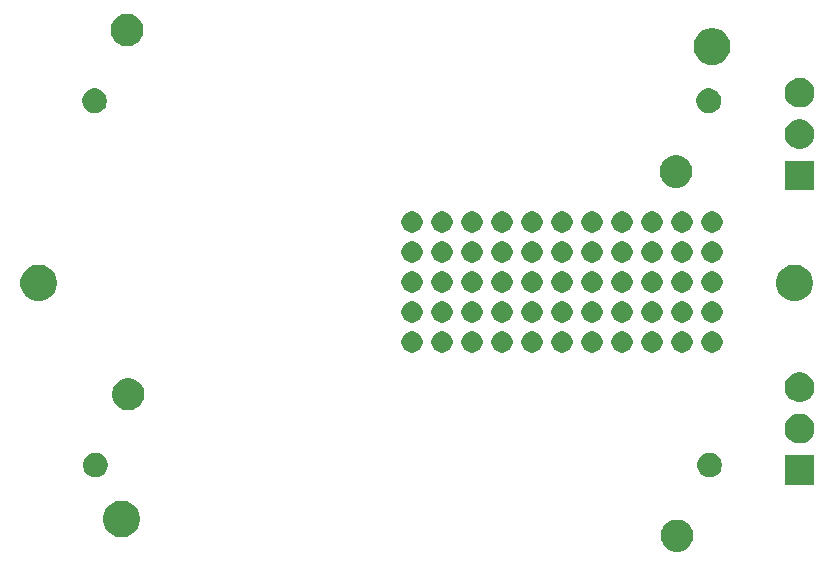
<source format=gbr>
G04 #@! TF.GenerationSoftware,KiCad,Pcbnew,5.1.5-52549c5~86~ubuntu18.04.1*
G04 #@! TF.CreationDate,2020-11-21T17:19:21-05:00*
G04 #@! TF.ProjectId,RAK4631_LORA_ADAPTABLE_NODE,52414b34-3633-4315-9f4c-4f52415f4144,rev?*
G04 #@! TF.SameCoordinates,Original*
G04 #@! TF.FileFunction,Soldermask,Top*
G04 #@! TF.FilePolarity,Negative*
%FSLAX46Y46*%
G04 Gerber Fmt 4.6, Leading zero omitted, Abs format (unit mm)*
G04 Created by KiCad (PCBNEW 5.1.5-52549c5~86~ubuntu18.04.1) date 2020-11-21 17:19:21*
%MOMM*%
%LPD*%
G04 APERTURE LIST*
%ADD10C,0.100000*%
G04 APERTURE END LIST*
D10*
G36*
X159712724Y-144546497D02*
G01*
X159939906Y-144591686D01*
X160189412Y-144695035D01*
X160413962Y-144845075D01*
X160604925Y-145036038D01*
X160754965Y-145260588D01*
X160858314Y-145510094D01*
X160911000Y-145774968D01*
X160911000Y-146045032D01*
X160858314Y-146309906D01*
X160754965Y-146559412D01*
X160604925Y-146783962D01*
X160413962Y-146974925D01*
X160189412Y-147124965D01*
X159939906Y-147228314D01*
X159712724Y-147273503D01*
X159675033Y-147281000D01*
X159404967Y-147281000D01*
X159367276Y-147273503D01*
X159140094Y-147228314D01*
X158890588Y-147124965D01*
X158666038Y-146974925D01*
X158475075Y-146783962D01*
X158325035Y-146559412D01*
X158221686Y-146309906D01*
X158169000Y-146045032D01*
X158169000Y-145774968D01*
X158221686Y-145510094D01*
X158325035Y-145260588D01*
X158475075Y-145036038D01*
X158666038Y-144845075D01*
X158890588Y-144695035D01*
X159140094Y-144591686D01*
X159367276Y-144546497D01*
X159404967Y-144539000D01*
X159675033Y-144539000D01*
X159712724Y-144546497D01*
G37*
G36*
X112802585Y-142978802D02*
G01*
X112952410Y-143008604D01*
X113234674Y-143125521D01*
X113488705Y-143295259D01*
X113704741Y-143511295D01*
X113874479Y-143765326D01*
X113991396Y-144047590D01*
X114051000Y-144347240D01*
X114051000Y-144652760D01*
X113991396Y-144952410D01*
X113874479Y-145234674D01*
X113704741Y-145488705D01*
X113488705Y-145704741D01*
X113234674Y-145874479D01*
X112952410Y-145991396D01*
X112802585Y-146021198D01*
X112652761Y-146051000D01*
X112347239Y-146051000D01*
X112197415Y-146021198D01*
X112047590Y-145991396D01*
X111765326Y-145874479D01*
X111511295Y-145704741D01*
X111295259Y-145488705D01*
X111125521Y-145234674D01*
X111008604Y-144952410D01*
X110949000Y-144652760D01*
X110949000Y-144347240D01*
X111008604Y-144047590D01*
X111125521Y-143765326D01*
X111295259Y-143511295D01*
X111511295Y-143295259D01*
X111765326Y-143125521D01*
X112047590Y-143008604D01*
X112197415Y-142978802D01*
X112347239Y-142949000D01*
X112652761Y-142949000D01*
X112802585Y-142978802D01*
G37*
G36*
X171161000Y-141586000D02*
G01*
X168659000Y-141586000D01*
X168659000Y-139084000D01*
X171161000Y-139084000D01*
X171161000Y-141586000D01*
G37*
G36*
X162596564Y-138904389D02*
G01*
X162787833Y-138983615D01*
X162787835Y-138983616D01*
X162938070Y-139084000D01*
X162959973Y-139098635D01*
X163106365Y-139245027D01*
X163221385Y-139417167D01*
X163300611Y-139608436D01*
X163341000Y-139811484D01*
X163341000Y-140018516D01*
X163300611Y-140221564D01*
X163221385Y-140412833D01*
X163221384Y-140412835D01*
X163106365Y-140584973D01*
X162959973Y-140731365D01*
X162787835Y-140846384D01*
X162787834Y-140846385D01*
X162787833Y-140846385D01*
X162596564Y-140925611D01*
X162393516Y-140966000D01*
X162186484Y-140966000D01*
X161983436Y-140925611D01*
X161792167Y-140846385D01*
X161792166Y-140846385D01*
X161792165Y-140846384D01*
X161620027Y-140731365D01*
X161473635Y-140584973D01*
X161358616Y-140412835D01*
X161358615Y-140412833D01*
X161279389Y-140221564D01*
X161239000Y-140018516D01*
X161239000Y-139811484D01*
X161279389Y-139608436D01*
X161358615Y-139417167D01*
X161473635Y-139245027D01*
X161620027Y-139098635D01*
X161641930Y-139084000D01*
X161792165Y-138983616D01*
X161792167Y-138983615D01*
X161983436Y-138904389D01*
X162186484Y-138864000D01*
X162393516Y-138864000D01*
X162596564Y-138904389D01*
G37*
G36*
X110606564Y-138904389D02*
G01*
X110797833Y-138983615D01*
X110797835Y-138983616D01*
X110948070Y-139084000D01*
X110969973Y-139098635D01*
X111116365Y-139245027D01*
X111231385Y-139417167D01*
X111310611Y-139608436D01*
X111351000Y-139811484D01*
X111351000Y-140018516D01*
X111310611Y-140221564D01*
X111231385Y-140412833D01*
X111231384Y-140412835D01*
X111116365Y-140584973D01*
X110969973Y-140731365D01*
X110797835Y-140846384D01*
X110797834Y-140846385D01*
X110797833Y-140846385D01*
X110606564Y-140925611D01*
X110403516Y-140966000D01*
X110196484Y-140966000D01*
X109993436Y-140925611D01*
X109802167Y-140846385D01*
X109802166Y-140846385D01*
X109802165Y-140846384D01*
X109630027Y-140731365D01*
X109483635Y-140584973D01*
X109368616Y-140412835D01*
X109368615Y-140412833D01*
X109289389Y-140221564D01*
X109249000Y-140018516D01*
X109249000Y-139811484D01*
X109289389Y-139608436D01*
X109368615Y-139417167D01*
X109483635Y-139245027D01*
X109630027Y-139098635D01*
X109651930Y-139084000D01*
X109802165Y-138983616D01*
X109802167Y-138983615D01*
X109993436Y-138904389D01*
X110196484Y-138864000D01*
X110403516Y-138864000D01*
X110606564Y-138904389D01*
G37*
G36*
X170274903Y-135632075D02*
G01*
X170502571Y-135726378D01*
X170707466Y-135863285D01*
X170881715Y-136037534D01*
X171018622Y-136242429D01*
X171112925Y-136470097D01*
X171161000Y-136711787D01*
X171161000Y-136958213D01*
X171112925Y-137199903D01*
X171018622Y-137427571D01*
X170881715Y-137632466D01*
X170707466Y-137806715D01*
X170502571Y-137943622D01*
X170502570Y-137943623D01*
X170502569Y-137943623D01*
X170274903Y-138037925D01*
X170033214Y-138086000D01*
X169786786Y-138086000D01*
X169545097Y-138037925D01*
X169317431Y-137943623D01*
X169317430Y-137943623D01*
X169317429Y-137943622D01*
X169112534Y-137806715D01*
X168938285Y-137632466D01*
X168801378Y-137427571D01*
X168707075Y-137199903D01*
X168659000Y-136958213D01*
X168659000Y-136711787D01*
X168707075Y-136470097D01*
X168801378Y-136242429D01*
X168938285Y-136037534D01*
X169112534Y-135863285D01*
X169317429Y-135726378D01*
X169545097Y-135632075D01*
X169786786Y-135584000D01*
X170033214Y-135584000D01*
X170274903Y-135632075D01*
G37*
G36*
X113232724Y-132556497D02*
G01*
X113459906Y-132601686D01*
X113709412Y-132705035D01*
X113933962Y-132855075D01*
X114124925Y-133046038D01*
X114274965Y-133270588D01*
X114378314Y-133520094D01*
X114431000Y-133784968D01*
X114431000Y-134055032D01*
X114378314Y-134319906D01*
X114274965Y-134569412D01*
X114124925Y-134793962D01*
X113933962Y-134984925D01*
X113709412Y-135134965D01*
X113459906Y-135238314D01*
X113232724Y-135283503D01*
X113195033Y-135291000D01*
X112924967Y-135291000D01*
X112887276Y-135283503D01*
X112660094Y-135238314D01*
X112410588Y-135134965D01*
X112186038Y-134984925D01*
X111995075Y-134793962D01*
X111845035Y-134569412D01*
X111741686Y-134319906D01*
X111689000Y-134055032D01*
X111689000Y-133784968D01*
X111741686Y-133520094D01*
X111845035Y-133270588D01*
X111995075Y-133046038D01*
X112186038Y-132855075D01*
X112410588Y-132705035D01*
X112660094Y-132601686D01*
X112887276Y-132556497D01*
X112924967Y-132549000D01*
X113195033Y-132549000D01*
X113232724Y-132556497D01*
G37*
G36*
X170274903Y-132132075D02*
G01*
X170502571Y-132226378D01*
X170707466Y-132363285D01*
X170881715Y-132537534D01*
X170993636Y-132705035D01*
X171018623Y-132742431D01*
X171112925Y-132970097D01*
X171161000Y-133211787D01*
X171161000Y-133458213D01*
X171112925Y-133699903D01*
X171018622Y-133927571D01*
X170881715Y-134132466D01*
X170707466Y-134306715D01*
X170502571Y-134443622D01*
X170502570Y-134443623D01*
X170502569Y-134443623D01*
X170274903Y-134537925D01*
X170033214Y-134586000D01*
X169786786Y-134586000D01*
X169545097Y-134537925D01*
X169317431Y-134443623D01*
X169317430Y-134443623D01*
X169317429Y-134443622D01*
X169112534Y-134306715D01*
X168938285Y-134132466D01*
X168801378Y-133927571D01*
X168707075Y-133699903D01*
X168659000Y-133458213D01*
X168659000Y-133211787D01*
X168707075Y-132970097D01*
X168801377Y-132742431D01*
X168826364Y-132705035D01*
X168938285Y-132537534D01*
X169112534Y-132363285D01*
X169317429Y-132226378D01*
X169545097Y-132132075D01*
X169786786Y-132084000D01*
X170033214Y-132084000D01*
X170274903Y-132132075D01*
G37*
G36*
X142288512Y-128608927D02*
G01*
X142437812Y-128638624D01*
X142601784Y-128706544D01*
X142749354Y-128805147D01*
X142874853Y-128930646D01*
X142973456Y-129078216D01*
X143041376Y-129242188D01*
X143076000Y-129416259D01*
X143076000Y-129593741D01*
X143041376Y-129767812D01*
X142973456Y-129931784D01*
X142874853Y-130079354D01*
X142749354Y-130204853D01*
X142601784Y-130303456D01*
X142437812Y-130371376D01*
X142288512Y-130401073D01*
X142263742Y-130406000D01*
X142086258Y-130406000D01*
X142061488Y-130401073D01*
X141912188Y-130371376D01*
X141748216Y-130303456D01*
X141600646Y-130204853D01*
X141475147Y-130079354D01*
X141376544Y-129931784D01*
X141308624Y-129767812D01*
X141274000Y-129593741D01*
X141274000Y-129416259D01*
X141308624Y-129242188D01*
X141376544Y-129078216D01*
X141475147Y-128930646D01*
X141600646Y-128805147D01*
X141748216Y-128706544D01*
X141912188Y-128638624D01*
X142061488Y-128608927D01*
X142086258Y-128604000D01*
X142263742Y-128604000D01*
X142288512Y-128608927D01*
G37*
G36*
X162608512Y-128608927D02*
G01*
X162757812Y-128638624D01*
X162921784Y-128706544D01*
X163069354Y-128805147D01*
X163194853Y-128930646D01*
X163293456Y-129078216D01*
X163361376Y-129242188D01*
X163396000Y-129416259D01*
X163396000Y-129593741D01*
X163361376Y-129767812D01*
X163293456Y-129931784D01*
X163194853Y-130079354D01*
X163069354Y-130204853D01*
X162921784Y-130303456D01*
X162757812Y-130371376D01*
X162608512Y-130401073D01*
X162583742Y-130406000D01*
X162406258Y-130406000D01*
X162381488Y-130401073D01*
X162232188Y-130371376D01*
X162068216Y-130303456D01*
X161920646Y-130204853D01*
X161795147Y-130079354D01*
X161696544Y-129931784D01*
X161628624Y-129767812D01*
X161594000Y-129593741D01*
X161594000Y-129416259D01*
X161628624Y-129242188D01*
X161696544Y-129078216D01*
X161795147Y-128930646D01*
X161920646Y-128805147D01*
X162068216Y-128706544D01*
X162232188Y-128638624D01*
X162381488Y-128608927D01*
X162406258Y-128604000D01*
X162583742Y-128604000D01*
X162608512Y-128608927D01*
G37*
G36*
X160068512Y-128608927D02*
G01*
X160217812Y-128638624D01*
X160381784Y-128706544D01*
X160529354Y-128805147D01*
X160654853Y-128930646D01*
X160753456Y-129078216D01*
X160821376Y-129242188D01*
X160856000Y-129416259D01*
X160856000Y-129593741D01*
X160821376Y-129767812D01*
X160753456Y-129931784D01*
X160654853Y-130079354D01*
X160529354Y-130204853D01*
X160381784Y-130303456D01*
X160217812Y-130371376D01*
X160068512Y-130401073D01*
X160043742Y-130406000D01*
X159866258Y-130406000D01*
X159841488Y-130401073D01*
X159692188Y-130371376D01*
X159528216Y-130303456D01*
X159380646Y-130204853D01*
X159255147Y-130079354D01*
X159156544Y-129931784D01*
X159088624Y-129767812D01*
X159054000Y-129593741D01*
X159054000Y-129416259D01*
X159088624Y-129242188D01*
X159156544Y-129078216D01*
X159255147Y-128930646D01*
X159380646Y-128805147D01*
X159528216Y-128706544D01*
X159692188Y-128638624D01*
X159841488Y-128608927D01*
X159866258Y-128604000D01*
X160043742Y-128604000D01*
X160068512Y-128608927D01*
G37*
G36*
X147368512Y-128608927D02*
G01*
X147517812Y-128638624D01*
X147681784Y-128706544D01*
X147829354Y-128805147D01*
X147954853Y-128930646D01*
X148053456Y-129078216D01*
X148121376Y-129242188D01*
X148156000Y-129416259D01*
X148156000Y-129593741D01*
X148121376Y-129767812D01*
X148053456Y-129931784D01*
X147954853Y-130079354D01*
X147829354Y-130204853D01*
X147681784Y-130303456D01*
X147517812Y-130371376D01*
X147368512Y-130401073D01*
X147343742Y-130406000D01*
X147166258Y-130406000D01*
X147141488Y-130401073D01*
X146992188Y-130371376D01*
X146828216Y-130303456D01*
X146680646Y-130204853D01*
X146555147Y-130079354D01*
X146456544Y-129931784D01*
X146388624Y-129767812D01*
X146354000Y-129593741D01*
X146354000Y-129416259D01*
X146388624Y-129242188D01*
X146456544Y-129078216D01*
X146555147Y-128930646D01*
X146680646Y-128805147D01*
X146828216Y-128706544D01*
X146992188Y-128638624D01*
X147141488Y-128608927D01*
X147166258Y-128604000D01*
X147343742Y-128604000D01*
X147368512Y-128608927D01*
G37*
G36*
X157528512Y-128608927D02*
G01*
X157677812Y-128638624D01*
X157841784Y-128706544D01*
X157989354Y-128805147D01*
X158114853Y-128930646D01*
X158213456Y-129078216D01*
X158281376Y-129242188D01*
X158316000Y-129416259D01*
X158316000Y-129593741D01*
X158281376Y-129767812D01*
X158213456Y-129931784D01*
X158114853Y-130079354D01*
X157989354Y-130204853D01*
X157841784Y-130303456D01*
X157677812Y-130371376D01*
X157528512Y-130401073D01*
X157503742Y-130406000D01*
X157326258Y-130406000D01*
X157301488Y-130401073D01*
X157152188Y-130371376D01*
X156988216Y-130303456D01*
X156840646Y-130204853D01*
X156715147Y-130079354D01*
X156616544Y-129931784D01*
X156548624Y-129767812D01*
X156514000Y-129593741D01*
X156514000Y-129416259D01*
X156548624Y-129242188D01*
X156616544Y-129078216D01*
X156715147Y-128930646D01*
X156840646Y-128805147D01*
X156988216Y-128706544D01*
X157152188Y-128638624D01*
X157301488Y-128608927D01*
X157326258Y-128604000D01*
X157503742Y-128604000D01*
X157528512Y-128608927D01*
G37*
G36*
X154988512Y-128608927D02*
G01*
X155137812Y-128638624D01*
X155301784Y-128706544D01*
X155449354Y-128805147D01*
X155574853Y-128930646D01*
X155673456Y-129078216D01*
X155741376Y-129242188D01*
X155776000Y-129416259D01*
X155776000Y-129593741D01*
X155741376Y-129767812D01*
X155673456Y-129931784D01*
X155574853Y-130079354D01*
X155449354Y-130204853D01*
X155301784Y-130303456D01*
X155137812Y-130371376D01*
X154988512Y-130401073D01*
X154963742Y-130406000D01*
X154786258Y-130406000D01*
X154761488Y-130401073D01*
X154612188Y-130371376D01*
X154448216Y-130303456D01*
X154300646Y-130204853D01*
X154175147Y-130079354D01*
X154076544Y-129931784D01*
X154008624Y-129767812D01*
X153974000Y-129593741D01*
X153974000Y-129416259D01*
X154008624Y-129242188D01*
X154076544Y-129078216D01*
X154175147Y-128930646D01*
X154300646Y-128805147D01*
X154448216Y-128706544D01*
X154612188Y-128638624D01*
X154761488Y-128608927D01*
X154786258Y-128604000D01*
X154963742Y-128604000D01*
X154988512Y-128608927D01*
G37*
G36*
X144828512Y-128608927D02*
G01*
X144977812Y-128638624D01*
X145141784Y-128706544D01*
X145289354Y-128805147D01*
X145414853Y-128930646D01*
X145513456Y-129078216D01*
X145581376Y-129242188D01*
X145616000Y-129416259D01*
X145616000Y-129593741D01*
X145581376Y-129767812D01*
X145513456Y-129931784D01*
X145414853Y-130079354D01*
X145289354Y-130204853D01*
X145141784Y-130303456D01*
X144977812Y-130371376D01*
X144828512Y-130401073D01*
X144803742Y-130406000D01*
X144626258Y-130406000D01*
X144601488Y-130401073D01*
X144452188Y-130371376D01*
X144288216Y-130303456D01*
X144140646Y-130204853D01*
X144015147Y-130079354D01*
X143916544Y-129931784D01*
X143848624Y-129767812D01*
X143814000Y-129593741D01*
X143814000Y-129416259D01*
X143848624Y-129242188D01*
X143916544Y-129078216D01*
X144015147Y-128930646D01*
X144140646Y-128805147D01*
X144288216Y-128706544D01*
X144452188Y-128638624D01*
X144601488Y-128608927D01*
X144626258Y-128604000D01*
X144803742Y-128604000D01*
X144828512Y-128608927D01*
G37*
G36*
X139748512Y-128608927D02*
G01*
X139897812Y-128638624D01*
X140061784Y-128706544D01*
X140209354Y-128805147D01*
X140334853Y-128930646D01*
X140433456Y-129078216D01*
X140501376Y-129242188D01*
X140536000Y-129416259D01*
X140536000Y-129593741D01*
X140501376Y-129767812D01*
X140433456Y-129931784D01*
X140334853Y-130079354D01*
X140209354Y-130204853D01*
X140061784Y-130303456D01*
X139897812Y-130371376D01*
X139748512Y-130401073D01*
X139723742Y-130406000D01*
X139546258Y-130406000D01*
X139521488Y-130401073D01*
X139372188Y-130371376D01*
X139208216Y-130303456D01*
X139060646Y-130204853D01*
X138935147Y-130079354D01*
X138836544Y-129931784D01*
X138768624Y-129767812D01*
X138734000Y-129593741D01*
X138734000Y-129416259D01*
X138768624Y-129242188D01*
X138836544Y-129078216D01*
X138935147Y-128930646D01*
X139060646Y-128805147D01*
X139208216Y-128706544D01*
X139372188Y-128638624D01*
X139521488Y-128608927D01*
X139546258Y-128604000D01*
X139723742Y-128604000D01*
X139748512Y-128608927D01*
G37*
G36*
X137208512Y-128608927D02*
G01*
X137357812Y-128638624D01*
X137521784Y-128706544D01*
X137669354Y-128805147D01*
X137794853Y-128930646D01*
X137893456Y-129078216D01*
X137961376Y-129242188D01*
X137996000Y-129416259D01*
X137996000Y-129593741D01*
X137961376Y-129767812D01*
X137893456Y-129931784D01*
X137794853Y-130079354D01*
X137669354Y-130204853D01*
X137521784Y-130303456D01*
X137357812Y-130371376D01*
X137208512Y-130401073D01*
X137183742Y-130406000D01*
X137006258Y-130406000D01*
X136981488Y-130401073D01*
X136832188Y-130371376D01*
X136668216Y-130303456D01*
X136520646Y-130204853D01*
X136395147Y-130079354D01*
X136296544Y-129931784D01*
X136228624Y-129767812D01*
X136194000Y-129593741D01*
X136194000Y-129416259D01*
X136228624Y-129242188D01*
X136296544Y-129078216D01*
X136395147Y-128930646D01*
X136520646Y-128805147D01*
X136668216Y-128706544D01*
X136832188Y-128638624D01*
X136981488Y-128608927D01*
X137006258Y-128604000D01*
X137183742Y-128604000D01*
X137208512Y-128608927D01*
G37*
G36*
X152448512Y-128608927D02*
G01*
X152597812Y-128638624D01*
X152761784Y-128706544D01*
X152909354Y-128805147D01*
X153034853Y-128930646D01*
X153133456Y-129078216D01*
X153201376Y-129242188D01*
X153236000Y-129416259D01*
X153236000Y-129593741D01*
X153201376Y-129767812D01*
X153133456Y-129931784D01*
X153034853Y-130079354D01*
X152909354Y-130204853D01*
X152761784Y-130303456D01*
X152597812Y-130371376D01*
X152448512Y-130401073D01*
X152423742Y-130406000D01*
X152246258Y-130406000D01*
X152221488Y-130401073D01*
X152072188Y-130371376D01*
X151908216Y-130303456D01*
X151760646Y-130204853D01*
X151635147Y-130079354D01*
X151536544Y-129931784D01*
X151468624Y-129767812D01*
X151434000Y-129593741D01*
X151434000Y-129416259D01*
X151468624Y-129242188D01*
X151536544Y-129078216D01*
X151635147Y-128930646D01*
X151760646Y-128805147D01*
X151908216Y-128706544D01*
X152072188Y-128638624D01*
X152221488Y-128608927D01*
X152246258Y-128604000D01*
X152423742Y-128604000D01*
X152448512Y-128608927D01*
G37*
G36*
X149908512Y-128608927D02*
G01*
X150057812Y-128638624D01*
X150221784Y-128706544D01*
X150369354Y-128805147D01*
X150494853Y-128930646D01*
X150593456Y-129078216D01*
X150661376Y-129242188D01*
X150696000Y-129416259D01*
X150696000Y-129593741D01*
X150661376Y-129767812D01*
X150593456Y-129931784D01*
X150494853Y-130079354D01*
X150369354Y-130204853D01*
X150221784Y-130303456D01*
X150057812Y-130371376D01*
X149908512Y-130401073D01*
X149883742Y-130406000D01*
X149706258Y-130406000D01*
X149681488Y-130401073D01*
X149532188Y-130371376D01*
X149368216Y-130303456D01*
X149220646Y-130204853D01*
X149095147Y-130079354D01*
X148996544Y-129931784D01*
X148928624Y-129767812D01*
X148894000Y-129593741D01*
X148894000Y-129416259D01*
X148928624Y-129242188D01*
X148996544Y-129078216D01*
X149095147Y-128930646D01*
X149220646Y-128805147D01*
X149368216Y-128706544D01*
X149532188Y-128638624D01*
X149681488Y-128608927D01*
X149706258Y-128604000D01*
X149883742Y-128604000D01*
X149908512Y-128608927D01*
G37*
G36*
X160068512Y-126068927D02*
G01*
X160217812Y-126098624D01*
X160381784Y-126166544D01*
X160529354Y-126265147D01*
X160654853Y-126390646D01*
X160753456Y-126538216D01*
X160821376Y-126702188D01*
X160856000Y-126876259D01*
X160856000Y-127053741D01*
X160821376Y-127227812D01*
X160753456Y-127391784D01*
X160654853Y-127539354D01*
X160529354Y-127664853D01*
X160381784Y-127763456D01*
X160217812Y-127831376D01*
X160068512Y-127861073D01*
X160043742Y-127866000D01*
X159866258Y-127866000D01*
X159841488Y-127861073D01*
X159692188Y-127831376D01*
X159528216Y-127763456D01*
X159380646Y-127664853D01*
X159255147Y-127539354D01*
X159156544Y-127391784D01*
X159088624Y-127227812D01*
X159054000Y-127053741D01*
X159054000Y-126876259D01*
X159088624Y-126702188D01*
X159156544Y-126538216D01*
X159255147Y-126390646D01*
X159380646Y-126265147D01*
X159528216Y-126166544D01*
X159692188Y-126098624D01*
X159841488Y-126068927D01*
X159866258Y-126064000D01*
X160043742Y-126064000D01*
X160068512Y-126068927D01*
G37*
G36*
X162608512Y-126068927D02*
G01*
X162757812Y-126098624D01*
X162921784Y-126166544D01*
X163069354Y-126265147D01*
X163194853Y-126390646D01*
X163293456Y-126538216D01*
X163361376Y-126702188D01*
X163396000Y-126876259D01*
X163396000Y-127053741D01*
X163361376Y-127227812D01*
X163293456Y-127391784D01*
X163194853Y-127539354D01*
X163069354Y-127664853D01*
X162921784Y-127763456D01*
X162757812Y-127831376D01*
X162608512Y-127861073D01*
X162583742Y-127866000D01*
X162406258Y-127866000D01*
X162381488Y-127861073D01*
X162232188Y-127831376D01*
X162068216Y-127763456D01*
X161920646Y-127664853D01*
X161795147Y-127539354D01*
X161696544Y-127391784D01*
X161628624Y-127227812D01*
X161594000Y-127053741D01*
X161594000Y-126876259D01*
X161628624Y-126702188D01*
X161696544Y-126538216D01*
X161795147Y-126390646D01*
X161920646Y-126265147D01*
X162068216Y-126166544D01*
X162232188Y-126098624D01*
X162381488Y-126068927D01*
X162406258Y-126064000D01*
X162583742Y-126064000D01*
X162608512Y-126068927D01*
G37*
G36*
X137208512Y-126068927D02*
G01*
X137357812Y-126098624D01*
X137521784Y-126166544D01*
X137669354Y-126265147D01*
X137794853Y-126390646D01*
X137893456Y-126538216D01*
X137961376Y-126702188D01*
X137996000Y-126876259D01*
X137996000Y-127053741D01*
X137961376Y-127227812D01*
X137893456Y-127391784D01*
X137794853Y-127539354D01*
X137669354Y-127664853D01*
X137521784Y-127763456D01*
X137357812Y-127831376D01*
X137208512Y-127861073D01*
X137183742Y-127866000D01*
X137006258Y-127866000D01*
X136981488Y-127861073D01*
X136832188Y-127831376D01*
X136668216Y-127763456D01*
X136520646Y-127664853D01*
X136395147Y-127539354D01*
X136296544Y-127391784D01*
X136228624Y-127227812D01*
X136194000Y-127053741D01*
X136194000Y-126876259D01*
X136228624Y-126702188D01*
X136296544Y-126538216D01*
X136395147Y-126390646D01*
X136520646Y-126265147D01*
X136668216Y-126166544D01*
X136832188Y-126098624D01*
X136981488Y-126068927D01*
X137006258Y-126064000D01*
X137183742Y-126064000D01*
X137208512Y-126068927D01*
G37*
G36*
X142288512Y-126068927D02*
G01*
X142437812Y-126098624D01*
X142601784Y-126166544D01*
X142749354Y-126265147D01*
X142874853Y-126390646D01*
X142973456Y-126538216D01*
X143041376Y-126702188D01*
X143076000Y-126876259D01*
X143076000Y-127053741D01*
X143041376Y-127227812D01*
X142973456Y-127391784D01*
X142874853Y-127539354D01*
X142749354Y-127664853D01*
X142601784Y-127763456D01*
X142437812Y-127831376D01*
X142288512Y-127861073D01*
X142263742Y-127866000D01*
X142086258Y-127866000D01*
X142061488Y-127861073D01*
X141912188Y-127831376D01*
X141748216Y-127763456D01*
X141600646Y-127664853D01*
X141475147Y-127539354D01*
X141376544Y-127391784D01*
X141308624Y-127227812D01*
X141274000Y-127053741D01*
X141274000Y-126876259D01*
X141308624Y-126702188D01*
X141376544Y-126538216D01*
X141475147Y-126390646D01*
X141600646Y-126265147D01*
X141748216Y-126166544D01*
X141912188Y-126098624D01*
X142061488Y-126068927D01*
X142086258Y-126064000D01*
X142263742Y-126064000D01*
X142288512Y-126068927D01*
G37*
G36*
X144828512Y-126068927D02*
G01*
X144977812Y-126098624D01*
X145141784Y-126166544D01*
X145289354Y-126265147D01*
X145414853Y-126390646D01*
X145513456Y-126538216D01*
X145581376Y-126702188D01*
X145616000Y-126876259D01*
X145616000Y-127053741D01*
X145581376Y-127227812D01*
X145513456Y-127391784D01*
X145414853Y-127539354D01*
X145289354Y-127664853D01*
X145141784Y-127763456D01*
X144977812Y-127831376D01*
X144828512Y-127861073D01*
X144803742Y-127866000D01*
X144626258Y-127866000D01*
X144601488Y-127861073D01*
X144452188Y-127831376D01*
X144288216Y-127763456D01*
X144140646Y-127664853D01*
X144015147Y-127539354D01*
X143916544Y-127391784D01*
X143848624Y-127227812D01*
X143814000Y-127053741D01*
X143814000Y-126876259D01*
X143848624Y-126702188D01*
X143916544Y-126538216D01*
X144015147Y-126390646D01*
X144140646Y-126265147D01*
X144288216Y-126166544D01*
X144452188Y-126098624D01*
X144601488Y-126068927D01*
X144626258Y-126064000D01*
X144803742Y-126064000D01*
X144828512Y-126068927D01*
G37*
G36*
X147368512Y-126068927D02*
G01*
X147517812Y-126098624D01*
X147681784Y-126166544D01*
X147829354Y-126265147D01*
X147954853Y-126390646D01*
X148053456Y-126538216D01*
X148121376Y-126702188D01*
X148156000Y-126876259D01*
X148156000Y-127053741D01*
X148121376Y-127227812D01*
X148053456Y-127391784D01*
X147954853Y-127539354D01*
X147829354Y-127664853D01*
X147681784Y-127763456D01*
X147517812Y-127831376D01*
X147368512Y-127861073D01*
X147343742Y-127866000D01*
X147166258Y-127866000D01*
X147141488Y-127861073D01*
X146992188Y-127831376D01*
X146828216Y-127763456D01*
X146680646Y-127664853D01*
X146555147Y-127539354D01*
X146456544Y-127391784D01*
X146388624Y-127227812D01*
X146354000Y-127053741D01*
X146354000Y-126876259D01*
X146388624Y-126702188D01*
X146456544Y-126538216D01*
X146555147Y-126390646D01*
X146680646Y-126265147D01*
X146828216Y-126166544D01*
X146992188Y-126098624D01*
X147141488Y-126068927D01*
X147166258Y-126064000D01*
X147343742Y-126064000D01*
X147368512Y-126068927D01*
G37*
G36*
X149908512Y-126068927D02*
G01*
X150057812Y-126098624D01*
X150221784Y-126166544D01*
X150369354Y-126265147D01*
X150494853Y-126390646D01*
X150593456Y-126538216D01*
X150661376Y-126702188D01*
X150696000Y-126876259D01*
X150696000Y-127053741D01*
X150661376Y-127227812D01*
X150593456Y-127391784D01*
X150494853Y-127539354D01*
X150369354Y-127664853D01*
X150221784Y-127763456D01*
X150057812Y-127831376D01*
X149908512Y-127861073D01*
X149883742Y-127866000D01*
X149706258Y-127866000D01*
X149681488Y-127861073D01*
X149532188Y-127831376D01*
X149368216Y-127763456D01*
X149220646Y-127664853D01*
X149095147Y-127539354D01*
X148996544Y-127391784D01*
X148928624Y-127227812D01*
X148894000Y-127053741D01*
X148894000Y-126876259D01*
X148928624Y-126702188D01*
X148996544Y-126538216D01*
X149095147Y-126390646D01*
X149220646Y-126265147D01*
X149368216Y-126166544D01*
X149532188Y-126098624D01*
X149681488Y-126068927D01*
X149706258Y-126064000D01*
X149883742Y-126064000D01*
X149908512Y-126068927D01*
G37*
G36*
X152448512Y-126068927D02*
G01*
X152597812Y-126098624D01*
X152761784Y-126166544D01*
X152909354Y-126265147D01*
X153034853Y-126390646D01*
X153133456Y-126538216D01*
X153201376Y-126702188D01*
X153236000Y-126876259D01*
X153236000Y-127053741D01*
X153201376Y-127227812D01*
X153133456Y-127391784D01*
X153034853Y-127539354D01*
X152909354Y-127664853D01*
X152761784Y-127763456D01*
X152597812Y-127831376D01*
X152448512Y-127861073D01*
X152423742Y-127866000D01*
X152246258Y-127866000D01*
X152221488Y-127861073D01*
X152072188Y-127831376D01*
X151908216Y-127763456D01*
X151760646Y-127664853D01*
X151635147Y-127539354D01*
X151536544Y-127391784D01*
X151468624Y-127227812D01*
X151434000Y-127053741D01*
X151434000Y-126876259D01*
X151468624Y-126702188D01*
X151536544Y-126538216D01*
X151635147Y-126390646D01*
X151760646Y-126265147D01*
X151908216Y-126166544D01*
X152072188Y-126098624D01*
X152221488Y-126068927D01*
X152246258Y-126064000D01*
X152423742Y-126064000D01*
X152448512Y-126068927D01*
G37*
G36*
X154988512Y-126068927D02*
G01*
X155137812Y-126098624D01*
X155301784Y-126166544D01*
X155449354Y-126265147D01*
X155574853Y-126390646D01*
X155673456Y-126538216D01*
X155741376Y-126702188D01*
X155776000Y-126876259D01*
X155776000Y-127053741D01*
X155741376Y-127227812D01*
X155673456Y-127391784D01*
X155574853Y-127539354D01*
X155449354Y-127664853D01*
X155301784Y-127763456D01*
X155137812Y-127831376D01*
X154988512Y-127861073D01*
X154963742Y-127866000D01*
X154786258Y-127866000D01*
X154761488Y-127861073D01*
X154612188Y-127831376D01*
X154448216Y-127763456D01*
X154300646Y-127664853D01*
X154175147Y-127539354D01*
X154076544Y-127391784D01*
X154008624Y-127227812D01*
X153974000Y-127053741D01*
X153974000Y-126876259D01*
X154008624Y-126702188D01*
X154076544Y-126538216D01*
X154175147Y-126390646D01*
X154300646Y-126265147D01*
X154448216Y-126166544D01*
X154612188Y-126098624D01*
X154761488Y-126068927D01*
X154786258Y-126064000D01*
X154963742Y-126064000D01*
X154988512Y-126068927D01*
G37*
G36*
X157528512Y-126068927D02*
G01*
X157677812Y-126098624D01*
X157841784Y-126166544D01*
X157989354Y-126265147D01*
X158114853Y-126390646D01*
X158213456Y-126538216D01*
X158281376Y-126702188D01*
X158316000Y-126876259D01*
X158316000Y-127053741D01*
X158281376Y-127227812D01*
X158213456Y-127391784D01*
X158114853Y-127539354D01*
X157989354Y-127664853D01*
X157841784Y-127763456D01*
X157677812Y-127831376D01*
X157528512Y-127861073D01*
X157503742Y-127866000D01*
X157326258Y-127866000D01*
X157301488Y-127861073D01*
X157152188Y-127831376D01*
X156988216Y-127763456D01*
X156840646Y-127664853D01*
X156715147Y-127539354D01*
X156616544Y-127391784D01*
X156548624Y-127227812D01*
X156514000Y-127053741D01*
X156514000Y-126876259D01*
X156548624Y-126702188D01*
X156616544Y-126538216D01*
X156715147Y-126390646D01*
X156840646Y-126265147D01*
X156988216Y-126166544D01*
X157152188Y-126098624D01*
X157301488Y-126068927D01*
X157326258Y-126064000D01*
X157503742Y-126064000D01*
X157528512Y-126068927D01*
G37*
G36*
X139748512Y-126068927D02*
G01*
X139897812Y-126098624D01*
X140061784Y-126166544D01*
X140209354Y-126265147D01*
X140334853Y-126390646D01*
X140433456Y-126538216D01*
X140501376Y-126702188D01*
X140536000Y-126876259D01*
X140536000Y-127053741D01*
X140501376Y-127227812D01*
X140433456Y-127391784D01*
X140334853Y-127539354D01*
X140209354Y-127664853D01*
X140061784Y-127763456D01*
X139897812Y-127831376D01*
X139748512Y-127861073D01*
X139723742Y-127866000D01*
X139546258Y-127866000D01*
X139521488Y-127861073D01*
X139372188Y-127831376D01*
X139208216Y-127763456D01*
X139060646Y-127664853D01*
X138935147Y-127539354D01*
X138836544Y-127391784D01*
X138768624Y-127227812D01*
X138734000Y-127053741D01*
X138734000Y-126876259D01*
X138768624Y-126702188D01*
X138836544Y-126538216D01*
X138935147Y-126390646D01*
X139060646Y-126265147D01*
X139208216Y-126166544D01*
X139372188Y-126098624D01*
X139521488Y-126068927D01*
X139546258Y-126064000D01*
X139723742Y-126064000D01*
X139748512Y-126068927D01*
G37*
G36*
X169802585Y-122978802D02*
G01*
X169952410Y-123008604D01*
X170234674Y-123125521D01*
X170488705Y-123295259D01*
X170704741Y-123511295D01*
X170874479Y-123765326D01*
X170991396Y-124047590D01*
X171051000Y-124347240D01*
X171051000Y-124652760D01*
X170991396Y-124952410D01*
X170874479Y-125234674D01*
X170704741Y-125488705D01*
X170488705Y-125704741D01*
X170234674Y-125874479D01*
X169952410Y-125991396D01*
X169802585Y-126021198D01*
X169652761Y-126051000D01*
X169347239Y-126051000D01*
X169197415Y-126021198D01*
X169047590Y-125991396D01*
X168765326Y-125874479D01*
X168511295Y-125704741D01*
X168295259Y-125488705D01*
X168125521Y-125234674D01*
X168008604Y-124952410D01*
X167949000Y-124652760D01*
X167949000Y-124347240D01*
X168008604Y-124047590D01*
X168125521Y-123765326D01*
X168295259Y-123511295D01*
X168511295Y-123295259D01*
X168765326Y-123125521D01*
X169047590Y-123008604D01*
X169197415Y-122978802D01*
X169347239Y-122949000D01*
X169652761Y-122949000D01*
X169802585Y-122978802D01*
G37*
G36*
X105802585Y-122978802D02*
G01*
X105952410Y-123008604D01*
X106234674Y-123125521D01*
X106488705Y-123295259D01*
X106704741Y-123511295D01*
X106874479Y-123765326D01*
X106991396Y-124047590D01*
X107051000Y-124347240D01*
X107051000Y-124652760D01*
X106991396Y-124952410D01*
X106874479Y-125234674D01*
X106704741Y-125488705D01*
X106488705Y-125704741D01*
X106234674Y-125874479D01*
X105952410Y-125991396D01*
X105802585Y-126021198D01*
X105652761Y-126051000D01*
X105347239Y-126051000D01*
X105197415Y-126021198D01*
X105047590Y-125991396D01*
X104765326Y-125874479D01*
X104511295Y-125704741D01*
X104295259Y-125488705D01*
X104125521Y-125234674D01*
X104008604Y-124952410D01*
X103949000Y-124652760D01*
X103949000Y-124347240D01*
X104008604Y-124047590D01*
X104125521Y-123765326D01*
X104295259Y-123511295D01*
X104511295Y-123295259D01*
X104765326Y-123125521D01*
X105047590Y-123008604D01*
X105197415Y-122978802D01*
X105347239Y-122949000D01*
X105652761Y-122949000D01*
X105802585Y-122978802D01*
G37*
G36*
X160068512Y-123528927D02*
G01*
X160217812Y-123558624D01*
X160381784Y-123626544D01*
X160529354Y-123725147D01*
X160654853Y-123850646D01*
X160753456Y-123998216D01*
X160821376Y-124162188D01*
X160856000Y-124336259D01*
X160856000Y-124513741D01*
X160821376Y-124687812D01*
X160753456Y-124851784D01*
X160654853Y-124999354D01*
X160529354Y-125124853D01*
X160381784Y-125223456D01*
X160217812Y-125291376D01*
X160068512Y-125321073D01*
X160043742Y-125326000D01*
X159866258Y-125326000D01*
X159841488Y-125321073D01*
X159692188Y-125291376D01*
X159528216Y-125223456D01*
X159380646Y-125124853D01*
X159255147Y-124999354D01*
X159156544Y-124851784D01*
X159088624Y-124687812D01*
X159054000Y-124513741D01*
X159054000Y-124336259D01*
X159088624Y-124162188D01*
X159156544Y-123998216D01*
X159255147Y-123850646D01*
X159380646Y-123725147D01*
X159528216Y-123626544D01*
X159692188Y-123558624D01*
X159841488Y-123528927D01*
X159866258Y-123524000D01*
X160043742Y-123524000D01*
X160068512Y-123528927D01*
G37*
G36*
X157528512Y-123528927D02*
G01*
X157677812Y-123558624D01*
X157841784Y-123626544D01*
X157989354Y-123725147D01*
X158114853Y-123850646D01*
X158213456Y-123998216D01*
X158281376Y-124162188D01*
X158316000Y-124336259D01*
X158316000Y-124513741D01*
X158281376Y-124687812D01*
X158213456Y-124851784D01*
X158114853Y-124999354D01*
X157989354Y-125124853D01*
X157841784Y-125223456D01*
X157677812Y-125291376D01*
X157528512Y-125321073D01*
X157503742Y-125326000D01*
X157326258Y-125326000D01*
X157301488Y-125321073D01*
X157152188Y-125291376D01*
X156988216Y-125223456D01*
X156840646Y-125124853D01*
X156715147Y-124999354D01*
X156616544Y-124851784D01*
X156548624Y-124687812D01*
X156514000Y-124513741D01*
X156514000Y-124336259D01*
X156548624Y-124162188D01*
X156616544Y-123998216D01*
X156715147Y-123850646D01*
X156840646Y-123725147D01*
X156988216Y-123626544D01*
X157152188Y-123558624D01*
X157301488Y-123528927D01*
X157326258Y-123524000D01*
X157503742Y-123524000D01*
X157528512Y-123528927D01*
G37*
G36*
X154988512Y-123528927D02*
G01*
X155137812Y-123558624D01*
X155301784Y-123626544D01*
X155449354Y-123725147D01*
X155574853Y-123850646D01*
X155673456Y-123998216D01*
X155741376Y-124162188D01*
X155776000Y-124336259D01*
X155776000Y-124513741D01*
X155741376Y-124687812D01*
X155673456Y-124851784D01*
X155574853Y-124999354D01*
X155449354Y-125124853D01*
X155301784Y-125223456D01*
X155137812Y-125291376D01*
X154988512Y-125321073D01*
X154963742Y-125326000D01*
X154786258Y-125326000D01*
X154761488Y-125321073D01*
X154612188Y-125291376D01*
X154448216Y-125223456D01*
X154300646Y-125124853D01*
X154175147Y-124999354D01*
X154076544Y-124851784D01*
X154008624Y-124687812D01*
X153974000Y-124513741D01*
X153974000Y-124336259D01*
X154008624Y-124162188D01*
X154076544Y-123998216D01*
X154175147Y-123850646D01*
X154300646Y-123725147D01*
X154448216Y-123626544D01*
X154612188Y-123558624D01*
X154761488Y-123528927D01*
X154786258Y-123524000D01*
X154963742Y-123524000D01*
X154988512Y-123528927D01*
G37*
G36*
X152448512Y-123528927D02*
G01*
X152597812Y-123558624D01*
X152761784Y-123626544D01*
X152909354Y-123725147D01*
X153034853Y-123850646D01*
X153133456Y-123998216D01*
X153201376Y-124162188D01*
X153236000Y-124336259D01*
X153236000Y-124513741D01*
X153201376Y-124687812D01*
X153133456Y-124851784D01*
X153034853Y-124999354D01*
X152909354Y-125124853D01*
X152761784Y-125223456D01*
X152597812Y-125291376D01*
X152448512Y-125321073D01*
X152423742Y-125326000D01*
X152246258Y-125326000D01*
X152221488Y-125321073D01*
X152072188Y-125291376D01*
X151908216Y-125223456D01*
X151760646Y-125124853D01*
X151635147Y-124999354D01*
X151536544Y-124851784D01*
X151468624Y-124687812D01*
X151434000Y-124513741D01*
X151434000Y-124336259D01*
X151468624Y-124162188D01*
X151536544Y-123998216D01*
X151635147Y-123850646D01*
X151760646Y-123725147D01*
X151908216Y-123626544D01*
X152072188Y-123558624D01*
X152221488Y-123528927D01*
X152246258Y-123524000D01*
X152423742Y-123524000D01*
X152448512Y-123528927D01*
G37*
G36*
X142288512Y-123528927D02*
G01*
X142437812Y-123558624D01*
X142601784Y-123626544D01*
X142749354Y-123725147D01*
X142874853Y-123850646D01*
X142973456Y-123998216D01*
X143041376Y-124162188D01*
X143076000Y-124336259D01*
X143076000Y-124513741D01*
X143041376Y-124687812D01*
X142973456Y-124851784D01*
X142874853Y-124999354D01*
X142749354Y-125124853D01*
X142601784Y-125223456D01*
X142437812Y-125291376D01*
X142288512Y-125321073D01*
X142263742Y-125326000D01*
X142086258Y-125326000D01*
X142061488Y-125321073D01*
X141912188Y-125291376D01*
X141748216Y-125223456D01*
X141600646Y-125124853D01*
X141475147Y-124999354D01*
X141376544Y-124851784D01*
X141308624Y-124687812D01*
X141274000Y-124513741D01*
X141274000Y-124336259D01*
X141308624Y-124162188D01*
X141376544Y-123998216D01*
X141475147Y-123850646D01*
X141600646Y-123725147D01*
X141748216Y-123626544D01*
X141912188Y-123558624D01*
X142061488Y-123528927D01*
X142086258Y-123524000D01*
X142263742Y-123524000D01*
X142288512Y-123528927D01*
G37*
G36*
X147368512Y-123528927D02*
G01*
X147517812Y-123558624D01*
X147681784Y-123626544D01*
X147829354Y-123725147D01*
X147954853Y-123850646D01*
X148053456Y-123998216D01*
X148121376Y-124162188D01*
X148156000Y-124336259D01*
X148156000Y-124513741D01*
X148121376Y-124687812D01*
X148053456Y-124851784D01*
X147954853Y-124999354D01*
X147829354Y-125124853D01*
X147681784Y-125223456D01*
X147517812Y-125291376D01*
X147368512Y-125321073D01*
X147343742Y-125326000D01*
X147166258Y-125326000D01*
X147141488Y-125321073D01*
X146992188Y-125291376D01*
X146828216Y-125223456D01*
X146680646Y-125124853D01*
X146555147Y-124999354D01*
X146456544Y-124851784D01*
X146388624Y-124687812D01*
X146354000Y-124513741D01*
X146354000Y-124336259D01*
X146388624Y-124162188D01*
X146456544Y-123998216D01*
X146555147Y-123850646D01*
X146680646Y-123725147D01*
X146828216Y-123626544D01*
X146992188Y-123558624D01*
X147141488Y-123528927D01*
X147166258Y-123524000D01*
X147343742Y-123524000D01*
X147368512Y-123528927D01*
G37*
G36*
X162608512Y-123528927D02*
G01*
X162757812Y-123558624D01*
X162921784Y-123626544D01*
X163069354Y-123725147D01*
X163194853Y-123850646D01*
X163293456Y-123998216D01*
X163361376Y-124162188D01*
X163396000Y-124336259D01*
X163396000Y-124513741D01*
X163361376Y-124687812D01*
X163293456Y-124851784D01*
X163194853Y-124999354D01*
X163069354Y-125124853D01*
X162921784Y-125223456D01*
X162757812Y-125291376D01*
X162608512Y-125321073D01*
X162583742Y-125326000D01*
X162406258Y-125326000D01*
X162381488Y-125321073D01*
X162232188Y-125291376D01*
X162068216Y-125223456D01*
X161920646Y-125124853D01*
X161795147Y-124999354D01*
X161696544Y-124851784D01*
X161628624Y-124687812D01*
X161594000Y-124513741D01*
X161594000Y-124336259D01*
X161628624Y-124162188D01*
X161696544Y-123998216D01*
X161795147Y-123850646D01*
X161920646Y-123725147D01*
X162068216Y-123626544D01*
X162232188Y-123558624D01*
X162381488Y-123528927D01*
X162406258Y-123524000D01*
X162583742Y-123524000D01*
X162608512Y-123528927D01*
G37*
G36*
X139748512Y-123528927D02*
G01*
X139897812Y-123558624D01*
X140061784Y-123626544D01*
X140209354Y-123725147D01*
X140334853Y-123850646D01*
X140433456Y-123998216D01*
X140501376Y-124162188D01*
X140536000Y-124336259D01*
X140536000Y-124513741D01*
X140501376Y-124687812D01*
X140433456Y-124851784D01*
X140334853Y-124999354D01*
X140209354Y-125124853D01*
X140061784Y-125223456D01*
X139897812Y-125291376D01*
X139748512Y-125321073D01*
X139723742Y-125326000D01*
X139546258Y-125326000D01*
X139521488Y-125321073D01*
X139372188Y-125291376D01*
X139208216Y-125223456D01*
X139060646Y-125124853D01*
X138935147Y-124999354D01*
X138836544Y-124851784D01*
X138768624Y-124687812D01*
X138734000Y-124513741D01*
X138734000Y-124336259D01*
X138768624Y-124162188D01*
X138836544Y-123998216D01*
X138935147Y-123850646D01*
X139060646Y-123725147D01*
X139208216Y-123626544D01*
X139372188Y-123558624D01*
X139521488Y-123528927D01*
X139546258Y-123524000D01*
X139723742Y-123524000D01*
X139748512Y-123528927D01*
G37*
G36*
X137208512Y-123528927D02*
G01*
X137357812Y-123558624D01*
X137521784Y-123626544D01*
X137669354Y-123725147D01*
X137794853Y-123850646D01*
X137893456Y-123998216D01*
X137961376Y-124162188D01*
X137996000Y-124336259D01*
X137996000Y-124513741D01*
X137961376Y-124687812D01*
X137893456Y-124851784D01*
X137794853Y-124999354D01*
X137669354Y-125124853D01*
X137521784Y-125223456D01*
X137357812Y-125291376D01*
X137208512Y-125321073D01*
X137183742Y-125326000D01*
X137006258Y-125326000D01*
X136981488Y-125321073D01*
X136832188Y-125291376D01*
X136668216Y-125223456D01*
X136520646Y-125124853D01*
X136395147Y-124999354D01*
X136296544Y-124851784D01*
X136228624Y-124687812D01*
X136194000Y-124513741D01*
X136194000Y-124336259D01*
X136228624Y-124162188D01*
X136296544Y-123998216D01*
X136395147Y-123850646D01*
X136520646Y-123725147D01*
X136668216Y-123626544D01*
X136832188Y-123558624D01*
X136981488Y-123528927D01*
X137006258Y-123524000D01*
X137183742Y-123524000D01*
X137208512Y-123528927D01*
G37*
G36*
X149908512Y-123528927D02*
G01*
X150057812Y-123558624D01*
X150221784Y-123626544D01*
X150369354Y-123725147D01*
X150494853Y-123850646D01*
X150593456Y-123998216D01*
X150661376Y-124162188D01*
X150696000Y-124336259D01*
X150696000Y-124513741D01*
X150661376Y-124687812D01*
X150593456Y-124851784D01*
X150494853Y-124999354D01*
X150369354Y-125124853D01*
X150221784Y-125223456D01*
X150057812Y-125291376D01*
X149908512Y-125321073D01*
X149883742Y-125326000D01*
X149706258Y-125326000D01*
X149681488Y-125321073D01*
X149532188Y-125291376D01*
X149368216Y-125223456D01*
X149220646Y-125124853D01*
X149095147Y-124999354D01*
X148996544Y-124851784D01*
X148928624Y-124687812D01*
X148894000Y-124513741D01*
X148894000Y-124336259D01*
X148928624Y-124162188D01*
X148996544Y-123998216D01*
X149095147Y-123850646D01*
X149220646Y-123725147D01*
X149368216Y-123626544D01*
X149532188Y-123558624D01*
X149681488Y-123528927D01*
X149706258Y-123524000D01*
X149883742Y-123524000D01*
X149908512Y-123528927D01*
G37*
G36*
X144828512Y-123528927D02*
G01*
X144977812Y-123558624D01*
X145141784Y-123626544D01*
X145289354Y-123725147D01*
X145414853Y-123850646D01*
X145513456Y-123998216D01*
X145581376Y-124162188D01*
X145616000Y-124336259D01*
X145616000Y-124513741D01*
X145581376Y-124687812D01*
X145513456Y-124851784D01*
X145414853Y-124999354D01*
X145289354Y-125124853D01*
X145141784Y-125223456D01*
X144977812Y-125291376D01*
X144828512Y-125321073D01*
X144803742Y-125326000D01*
X144626258Y-125326000D01*
X144601488Y-125321073D01*
X144452188Y-125291376D01*
X144288216Y-125223456D01*
X144140646Y-125124853D01*
X144015147Y-124999354D01*
X143916544Y-124851784D01*
X143848624Y-124687812D01*
X143814000Y-124513741D01*
X143814000Y-124336259D01*
X143848624Y-124162188D01*
X143916544Y-123998216D01*
X144015147Y-123850646D01*
X144140646Y-123725147D01*
X144288216Y-123626544D01*
X144452188Y-123558624D01*
X144601488Y-123528927D01*
X144626258Y-123524000D01*
X144803742Y-123524000D01*
X144828512Y-123528927D01*
G37*
G36*
X147368512Y-120988927D02*
G01*
X147517812Y-121018624D01*
X147681784Y-121086544D01*
X147829354Y-121185147D01*
X147954853Y-121310646D01*
X148053456Y-121458216D01*
X148121376Y-121622188D01*
X148156000Y-121796259D01*
X148156000Y-121973741D01*
X148121376Y-122147812D01*
X148053456Y-122311784D01*
X147954853Y-122459354D01*
X147829354Y-122584853D01*
X147681784Y-122683456D01*
X147517812Y-122751376D01*
X147368512Y-122781073D01*
X147343742Y-122786000D01*
X147166258Y-122786000D01*
X147141488Y-122781073D01*
X146992188Y-122751376D01*
X146828216Y-122683456D01*
X146680646Y-122584853D01*
X146555147Y-122459354D01*
X146456544Y-122311784D01*
X146388624Y-122147812D01*
X146354000Y-121973741D01*
X146354000Y-121796259D01*
X146388624Y-121622188D01*
X146456544Y-121458216D01*
X146555147Y-121310646D01*
X146680646Y-121185147D01*
X146828216Y-121086544D01*
X146992188Y-121018624D01*
X147141488Y-120988927D01*
X147166258Y-120984000D01*
X147343742Y-120984000D01*
X147368512Y-120988927D01*
G37*
G36*
X139748512Y-120988927D02*
G01*
X139897812Y-121018624D01*
X140061784Y-121086544D01*
X140209354Y-121185147D01*
X140334853Y-121310646D01*
X140433456Y-121458216D01*
X140501376Y-121622188D01*
X140536000Y-121796259D01*
X140536000Y-121973741D01*
X140501376Y-122147812D01*
X140433456Y-122311784D01*
X140334853Y-122459354D01*
X140209354Y-122584853D01*
X140061784Y-122683456D01*
X139897812Y-122751376D01*
X139748512Y-122781073D01*
X139723742Y-122786000D01*
X139546258Y-122786000D01*
X139521488Y-122781073D01*
X139372188Y-122751376D01*
X139208216Y-122683456D01*
X139060646Y-122584853D01*
X138935147Y-122459354D01*
X138836544Y-122311784D01*
X138768624Y-122147812D01*
X138734000Y-121973741D01*
X138734000Y-121796259D01*
X138768624Y-121622188D01*
X138836544Y-121458216D01*
X138935147Y-121310646D01*
X139060646Y-121185147D01*
X139208216Y-121086544D01*
X139372188Y-121018624D01*
X139521488Y-120988927D01*
X139546258Y-120984000D01*
X139723742Y-120984000D01*
X139748512Y-120988927D01*
G37*
G36*
X162608512Y-120988927D02*
G01*
X162757812Y-121018624D01*
X162921784Y-121086544D01*
X163069354Y-121185147D01*
X163194853Y-121310646D01*
X163293456Y-121458216D01*
X163361376Y-121622188D01*
X163396000Y-121796259D01*
X163396000Y-121973741D01*
X163361376Y-122147812D01*
X163293456Y-122311784D01*
X163194853Y-122459354D01*
X163069354Y-122584853D01*
X162921784Y-122683456D01*
X162757812Y-122751376D01*
X162608512Y-122781073D01*
X162583742Y-122786000D01*
X162406258Y-122786000D01*
X162381488Y-122781073D01*
X162232188Y-122751376D01*
X162068216Y-122683456D01*
X161920646Y-122584853D01*
X161795147Y-122459354D01*
X161696544Y-122311784D01*
X161628624Y-122147812D01*
X161594000Y-121973741D01*
X161594000Y-121796259D01*
X161628624Y-121622188D01*
X161696544Y-121458216D01*
X161795147Y-121310646D01*
X161920646Y-121185147D01*
X162068216Y-121086544D01*
X162232188Y-121018624D01*
X162381488Y-120988927D01*
X162406258Y-120984000D01*
X162583742Y-120984000D01*
X162608512Y-120988927D01*
G37*
G36*
X142288512Y-120988927D02*
G01*
X142437812Y-121018624D01*
X142601784Y-121086544D01*
X142749354Y-121185147D01*
X142874853Y-121310646D01*
X142973456Y-121458216D01*
X143041376Y-121622188D01*
X143076000Y-121796259D01*
X143076000Y-121973741D01*
X143041376Y-122147812D01*
X142973456Y-122311784D01*
X142874853Y-122459354D01*
X142749354Y-122584853D01*
X142601784Y-122683456D01*
X142437812Y-122751376D01*
X142288512Y-122781073D01*
X142263742Y-122786000D01*
X142086258Y-122786000D01*
X142061488Y-122781073D01*
X141912188Y-122751376D01*
X141748216Y-122683456D01*
X141600646Y-122584853D01*
X141475147Y-122459354D01*
X141376544Y-122311784D01*
X141308624Y-122147812D01*
X141274000Y-121973741D01*
X141274000Y-121796259D01*
X141308624Y-121622188D01*
X141376544Y-121458216D01*
X141475147Y-121310646D01*
X141600646Y-121185147D01*
X141748216Y-121086544D01*
X141912188Y-121018624D01*
X142061488Y-120988927D01*
X142086258Y-120984000D01*
X142263742Y-120984000D01*
X142288512Y-120988927D01*
G37*
G36*
X137208512Y-120988927D02*
G01*
X137357812Y-121018624D01*
X137521784Y-121086544D01*
X137669354Y-121185147D01*
X137794853Y-121310646D01*
X137893456Y-121458216D01*
X137961376Y-121622188D01*
X137996000Y-121796259D01*
X137996000Y-121973741D01*
X137961376Y-122147812D01*
X137893456Y-122311784D01*
X137794853Y-122459354D01*
X137669354Y-122584853D01*
X137521784Y-122683456D01*
X137357812Y-122751376D01*
X137208512Y-122781073D01*
X137183742Y-122786000D01*
X137006258Y-122786000D01*
X136981488Y-122781073D01*
X136832188Y-122751376D01*
X136668216Y-122683456D01*
X136520646Y-122584853D01*
X136395147Y-122459354D01*
X136296544Y-122311784D01*
X136228624Y-122147812D01*
X136194000Y-121973741D01*
X136194000Y-121796259D01*
X136228624Y-121622188D01*
X136296544Y-121458216D01*
X136395147Y-121310646D01*
X136520646Y-121185147D01*
X136668216Y-121086544D01*
X136832188Y-121018624D01*
X136981488Y-120988927D01*
X137006258Y-120984000D01*
X137183742Y-120984000D01*
X137208512Y-120988927D01*
G37*
G36*
X149908512Y-120988927D02*
G01*
X150057812Y-121018624D01*
X150221784Y-121086544D01*
X150369354Y-121185147D01*
X150494853Y-121310646D01*
X150593456Y-121458216D01*
X150661376Y-121622188D01*
X150696000Y-121796259D01*
X150696000Y-121973741D01*
X150661376Y-122147812D01*
X150593456Y-122311784D01*
X150494853Y-122459354D01*
X150369354Y-122584853D01*
X150221784Y-122683456D01*
X150057812Y-122751376D01*
X149908512Y-122781073D01*
X149883742Y-122786000D01*
X149706258Y-122786000D01*
X149681488Y-122781073D01*
X149532188Y-122751376D01*
X149368216Y-122683456D01*
X149220646Y-122584853D01*
X149095147Y-122459354D01*
X148996544Y-122311784D01*
X148928624Y-122147812D01*
X148894000Y-121973741D01*
X148894000Y-121796259D01*
X148928624Y-121622188D01*
X148996544Y-121458216D01*
X149095147Y-121310646D01*
X149220646Y-121185147D01*
X149368216Y-121086544D01*
X149532188Y-121018624D01*
X149681488Y-120988927D01*
X149706258Y-120984000D01*
X149883742Y-120984000D01*
X149908512Y-120988927D01*
G37*
G36*
X152448512Y-120988927D02*
G01*
X152597812Y-121018624D01*
X152761784Y-121086544D01*
X152909354Y-121185147D01*
X153034853Y-121310646D01*
X153133456Y-121458216D01*
X153201376Y-121622188D01*
X153236000Y-121796259D01*
X153236000Y-121973741D01*
X153201376Y-122147812D01*
X153133456Y-122311784D01*
X153034853Y-122459354D01*
X152909354Y-122584853D01*
X152761784Y-122683456D01*
X152597812Y-122751376D01*
X152448512Y-122781073D01*
X152423742Y-122786000D01*
X152246258Y-122786000D01*
X152221488Y-122781073D01*
X152072188Y-122751376D01*
X151908216Y-122683456D01*
X151760646Y-122584853D01*
X151635147Y-122459354D01*
X151536544Y-122311784D01*
X151468624Y-122147812D01*
X151434000Y-121973741D01*
X151434000Y-121796259D01*
X151468624Y-121622188D01*
X151536544Y-121458216D01*
X151635147Y-121310646D01*
X151760646Y-121185147D01*
X151908216Y-121086544D01*
X152072188Y-121018624D01*
X152221488Y-120988927D01*
X152246258Y-120984000D01*
X152423742Y-120984000D01*
X152448512Y-120988927D01*
G37*
G36*
X154988512Y-120988927D02*
G01*
X155137812Y-121018624D01*
X155301784Y-121086544D01*
X155449354Y-121185147D01*
X155574853Y-121310646D01*
X155673456Y-121458216D01*
X155741376Y-121622188D01*
X155776000Y-121796259D01*
X155776000Y-121973741D01*
X155741376Y-122147812D01*
X155673456Y-122311784D01*
X155574853Y-122459354D01*
X155449354Y-122584853D01*
X155301784Y-122683456D01*
X155137812Y-122751376D01*
X154988512Y-122781073D01*
X154963742Y-122786000D01*
X154786258Y-122786000D01*
X154761488Y-122781073D01*
X154612188Y-122751376D01*
X154448216Y-122683456D01*
X154300646Y-122584853D01*
X154175147Y-122459354D01*
X154076544Y-122311784D01*
X154008624Y-122147812D01*
X153974000Y-121973741D01*
X153974000Y-121796259D01*
X154008624Y-121622188D01*
X154076544Y-121458216D01*
X154175147Y-121310646D01*
X154300646Y-121185147D01*
X154448216Y-121086544D01*
X154612188Y-121018624D01*
X154761488Y-120988927D01*
X154786258Y-120984000D01*
X154963742Y-120984000D01*
X154988512Y-120988927D01*
G37*
G36*
X144828512Y-120988927D02*
G01*
X144977812Y-121018624D01*
X145141784Y-121086544D01*
X145289354Y-121185147D01*
X145414853Y-121310646D01*
X145513456Y-121458216D01*
X145581376Y-121622188D01*
X145616000Y-121796259D01*
X145616000Y-121973741D01*
X145581376Y-122147812D01*
X145513456Y-122311784D01*
X145414853Y-122459354D01*
X145289354Y-122584853D01*
X145141784Y-122683456D01*
X144977812Y-122751376D01*
X144828512Y-122781073D01*
X144803742Y-122786000D01*
X144626258Y-122786000D01*
X144601488Y-122781073D01*
X144452188Y-122751376D01*
X144288216Y-122683456D01*
X144140646Y-122584853D01*
X144015147Y-122459354D01*
X143916544Y-122311784D01*
X143848624Y-122147812D01*
X143814000Y-121973741D01*
X143814000Y-121796259D01*
X143848624Y-121622188D01*
X143916544Y-121458216D01*
X144015147Y-121310646D01*
X144140646Y-121185147D01*
X144288216Y-121086544D01*
X144452188Y-121018624D01*
X144601488Y-120988927D01*
X144626258Y-120984000D01*
X144803742Y-120984000D01*
X144828512Y-120988927D01*
G37*
G36*
X160068512Y-120988927D02*
G01*
X160217812Y-121018624D01*
X160381784Y-121086544D01*
X160529354Y-121185147D01*
X160654853Y-121310646D01*
X160753456Y-121458216D01*
X160821376Y-121622188D01*
X160856000Y-121796259D01*
X160856000Y-121973741D01*
X160821376Y-122147812D01*
X160753456Y-122311784D01*
X160654853Y-122459354D01*
X160529354Y-122584853D01*
X160381784Y-122683456D01*
X160217812Y-122751376D01*
X160068512Y-122781073D01*
X160043742Y-122786000D01*
X159866258Y-122786000D01*
X159841488Y-122781073D01*
X159692188Y-122751376D01*
X159528216Y-122683456D01*
X159380646Y-122584853D01*
X159255147Y-122459354D01*
X159156544Y-122311784D01*
X159088624Y-122147812D01*
X159054000Y-121973741D01*
X159054000Y-121796259D01*
X159088624Y-121622188D01*
X159156544Y-121458216D01*
X159255147Y-121310646D01*
X159380646Y-121185147D01*
X159528216Y-121086544D01*
X159692188Y-121018624D01*
X159841488Y-120988927D01*
X159866258Y-120984000D01*
X160043742Y-120984000D01*
X160068512Y-120988927D01*
G37*
G36*
X157528512Y-120988927D02*
G01*
X157677812Y-121018624D01*
X157841784Y-121086544D01*
X157989354Y-121185147D01*
X158114853Y-121310646D01*
X158213456Y-121458216D01*
X158281376Y-121622188D01*
X158316000Y-121796259D01*
X158316000Y-121973741D01*
X158281376Y-122147812D01*
X158213456Y-122311784D01*
X158114853Y-122459354D01*
X157989354Y-122584853D01*
X157841784Y-122683456D01*
X157677812Y-122751376D01*
X157528512Y-122781073D01*
X157503742Y-122786000D01*
X157326258Y-122786000D01*
X157301488Y-122781073D01*
X157152188Y-122751376D01*
X156988216Y-122683456D01*
X156840646Y-122584853D01*
X156715147Y-122459354D01*
X156616544Y-122311784D01*
X156548624Y-122147812D01*
X156514000Y-121973741D01*
X156514000Y-121796259D01*
X156548624Y-121622188D01*
X156616544Y-121458216D01*
X156715147Y-121310646D01*
X156840646Y-121185147D01*
X156988216Y-121086544D01*
X157152188Y-121018624D01*
X157301488Y-120988927D01*
X157326258Y-120984000D01*
X157503742Y-120984000D01*
X157528512Y-120988927D01*
G37*
G36*
X162608512Y-118448927D02*
G01*
X162757812Y-118478624D01*
X162921784Y-118546544D01*
X163069354Y-118645147D01*
X163194853Y-118770646D01*
X163293456Y-118918216D01*
X163361376Y-119082188D01*
X163396000Y-119256259D01*
X163396000Y-119433741D01*
X163361376Y-119607812D01*
X163293456Y-119771784D01*
X163194853Y-119919354D01*
X163069354Y-120044853D01*
X162921784Y-120143456D01*
X162757812Y-120211376D01*
X162608512Y-120241073D01*
X162583742Y-120246000D01*
X162406258Y-120246000D01*
X162381488Y-120241073D01*
X162232188Y-120211376D01*
X162068216Y-120143456D01*
X161920646Y-120044853D01*
X161795147Y-119919354D01*
X161696544Y-119771784D01*
X161628624Y-119607812D01*
X161594000Y-119433741D01*
X161594000Y-119256259D01*
X161628624Y-119082188D01*
X161696544Y-118918216D01*
X161795147Y-118770646D01*
X161920646Y-118645147D01*
X162068216Y-118546544D01*
X162232188Y-118478624D01*
X162381488Y-118448927D01*
X162406258Y-118444000D01*
X162583742Y-118444000D01*
X162608512Y-118448927D01*
G37*
G36*
X142288512Y-118448927D02*
G01*
X142437812Y-118478624D01*
X142601784Y-118546544D01*
X142749354Y-118645147D01*
X142874853Y-118770646D01*
X142973456Y-118918216D01*
X143041376Y-119082188D01*
X143076000Y-119256259D01*
X143076000Y-119433741D01*
X143041376Y-119607812D01*
X142973456Y-119771784D01*
X142874853Y-119919354D01*
X142749354Y-120044853D01*
X142601784Y-120143456D01*
X142437812Y-120211376D01*
X142288512Y-120241073D01*
X142263742Y-120246000D01*
X142086258Y-120246000D01*
X142061488Y-120241073D01*
X141912188Y-120211376D01*
X141748216Y-120143456D01*
X141600646Y-120044853D01*
X141475147Y-119919354D01*
X141376544Y-119771784D01*
X141308624Y-119607812D01*
X141274000Y-119433741D01*
X141274000Y-119256259D01*
X141308624Y-119082188D01*
X141376544Y-118918216D01*
X141475147Y-118770646D01*
X141600646Y-118645147D01*
X141748216Y-118546544D01*
X141912188Y-118478624D01*
X142061488Y-118448927D01*
X142086258Y-118444000D01*
X142263742Y-118444000D01*
X142288512Y-118448927D01*
G37*
G36*
X154988512Y-118448927D02*
G01*
X155137812Y-118478624D01*
X155301784Y-118546544D01*
X155449354Y-118645147D01*
X155574853Y-118770646D01*
X155673456Y-118918216D01*
X155741376Y-119082188D01*
X155776000Y-119256259D01*
X155776000Y-119433741D01*
X155741376Y-119607812D01*
X155673456Y-119771784D01*
X155574853Y-119919354D01*
X155449354Y-120044853D01*
X155301784Y-120143456D01*
X155137812Y-120211376D01*
X154988512Y-120241073D01*
X154963742Y-120246000D01*
X154786258Y-120246000D01*
X154761488Y-120241073D01*
X154612188Y-120211376D01*
X154448216Y-120143456D01*
X154300646Y-120044853D01*
X154175147Y-119919354D01*
X154076544Y-119771784D01*
X154008624Y-119607812D01*
X153974000Y-119433741D01*
X153974000Y-119256259D01*
X154008624Y-119082188D01*
X154076544Y-118918216D01*
X154175147Y-118770646D01*
X154300646Y-118645147D01*
X154448216Y-118546544D01*
X154612188Y-118478624D01*
X154761488Y-118448927D01*
X154786258Y-118444000D01*
X154963742Y-118444000D01*
X154988512Y-118448927D01*
G37*
G36*
X152448512Y-118448927D02*
G01*
X152597812Y-118478624D01*
X152761784Y-118546544D01*
X152909354Y-118645147D01*
X153034853Y-118770646D01*
X153133456Y-118918216D01*
X153201376Y-119082188D01*
X153236000Y-119256259D01*
X153236000Y-119433741D01*
X153201376Y-119607812D01*
X153133456Y-119771784D01*
X153034853Y-119919354D01*
X152909354Y-120044853D01*
X152761784Y-120143456D01*
X152597812Y-120211376D01*
X152448512Y-120241073D01*
X152423742Y-120246000D01*
X152246258Y-120246000D01*
X152221488Y-120241073D01*
X152072188Y-120211376D01*
X151908216Y-120143456D01*
X151760646Y-120044853D01*
X151635147Y-119919354D01*
X151536544Y-119771784D01*
X151468624Y-119607812D01*
X151434000Y-119433741D01*
X151434000Y-119256259D01*
X151468624Y-119082188D01*
X151536544Y-118918216D01*
X151635147Y-118770646D01*
X151760646Y-118645147D01*
X151908216Y-118546544D01*
X152072188Y-118478624D01*
X152221488Y-118448927D01*
X152246258Y-118444000D01*
X152423742Y-118444000D01*
X152448512Y-118448927D01*
G37*
G36*
X157528512Y-118448927D02*
G01*
X157677812Y-118478624D01*
X157841784Y-118546544D01*
X157989354Y-118645147D01*
X158114853Y-118770646D01*
X158213456Y-118918216D01*
X158281376Y-119082188D01*
X158316000Y-119256259D01*
X158316000Y-119433741D01*
X158281376Y-119607812D01*
X158213456Y-119771784D01*
X158114853Y-119919354D01*
X157989354Y-120044853D01*
X157841784Y-120143456D01*
X157677812Y-120211376D01*
X157528512Y-120241073D01*
X157503742Y-120246000D01*
X157326258Y-120246000D01*
X157301488Y-120241073D01*
X157152188Y-120211376D01*
X156988216Y-120143456D01*
X156840646Y-120044853D01*
X156715147Y-119919354D01*
X156616544Y-119771784D01*
X156548624Y-119607812D01*
X156514000Y-119433741D01*
X156514000Y-119256259D01*
X156548624Y-119082188D01*
X156616544Y-118918216D01*
X156715147Y-118770646D01*
X156840646Y-118645147D01*
X156988216Y-118546544D01*
X157152188Y-118478624D01*
X157301488Y-118448927D01*
X157326258Y-118444000D01*
X157503742Y-118444000D01*
X157528512Y-118448927D01*
G37*
G36*
X147368512Y-118448927D02*
G01*
X147517812Y-118478624D01*
X147681784Y-118546544D01*
X147829354Y-118645147D01*
X147954853Y-118770646D01*
X148053456Y-118918216D01*
X148121376Y-119082188D01*
X148156000Y-119256259D01*
X148156000Y-119433741D01*
X148121376Y-119607812D01*
X148053456Y-119771784D01*
X147954853Y-119919354D01*
X147829354Y-120044853D01*
X147681784Y-120143456D01*
X147517812Y-120211376D01*
X147368512Y-120241073D01*
X147343742Y-120246000D01*
X147166258Y-120246000D01*
X147141488Y-120241073D01*
X146992188Y-120211376D01*
X146828216Y-120143456D01*
X146680646Y-120044853D01*
X146555147Y-119919354D01*
X146456544Y-119771784D01*
X146388624Y-119607812D01*
X146354000Y-119433741D01*
X146354000Y-119256259D01*
X146388624Y-119082188D01*
X146456544Y-118918216D01*
X146555147Y-118770646D01*
X146680646Y-118645147D01*
X146828216Y-118546544D01*
X146992188Y-118478624D01*
X147141488Y-118448927D01*
X147166258Y-118444000D01*
X147343742Y-118444000D01*
X147368512Y-118448927D01*
G37*
G36*
X144828512Y-118448927D02*
G01*
X144977812Y-118478624D01*
X145141784Y-118546544D01*
X145289354Y-118645147D01*
X145414853Y-118770646D01*
X145513456Y-118918216D01*
X145581376Y-119082188D01*
X145616000Y-119256259D01*
X145616000Y-119433741D01*
X145581376Y-119607812D01*
X145513456Y-119771784D01*
X145414853Y-119919354D01*
X145289354Y-120044853D01*
X145141784Y-120143456D01*
X144977812Y-120211376D01*
X144828512Y-120241073D01*
X144803742Y-120246000D01*
X144626258Y-120246000D01*
X144601488Y-120241073D01*
X144452188Y-120211376D01*
X144288216Y-120143456D01*
X144140646Y-120044853D01*
X144015147Y-119919354D01*
X143916544Y-119771784D01*
X143848624Y-119607812D01*
X143814000Y-119433741D01*
X143814000Y-119256259D01*
X143848624Y-119082188D01*
X143916544Y-118918216D01*
X144015147Y-118770646D01*
X144140646Y-118645147D01*
X144288216Y-118546544D01*
X144452188Y-118478624D01*
X144601488Y-118448927D01*
X144626258Y-118444000D01*
X144803742Y-118444000D01*
X144828512Y-118448927D01*
G37*
G36*
X137208512Y-118448927D02*
G01*
X137357812Y-118478624D01*
X137521784Y-118546544D01*
X137669354Y-118645147D01*
X137794853Y-118770646D01*
X137893456Y-118918216D01*
X137961376Y-119082188D01*
X137996000Y-119256259D01*
X137996000Y-119433741D01*
X137961376Y-119607812D01*
X137893456Y-119771784D01*
X137794853Y-119919354D01*
X137669354Y-120044853D01*
X137521784Y-120143456D01*
X137357812Y-120211376D01*
X137208512Y-120241073D01*
X137183742Y-120246000D01*
X137006258Y-120246000D01*
X136981488Y-120241073D01*
X136832188Y-120211376D01*
X136668216Y-120143456D01*
X136520646Y-120044853D01*
X136395147Y-119919354D01*
X136296544Y-119771784D01*
X136228624Y-119607812D01*
X136194000Y-119433741D01*
X136194000Y-119256259D01*
X136228624Y-119082188D01*
X136296544Y-118918216D01*
X136395147Y-118770646D01*
X136520646Y-118645147D01*
X136668216Y-118546544D01*
X136832188Y-118478624D01*
X136981488Y-118448927D01*
X137006258Y-118444000D01*
X137183742Y-118444000D01*
X137208512Y-118448927D01*
G37*
G36*
X149908512Y-118448927D02*
G01*
X150057812Y-118478624D01*
X150221784Y-118546544D01*
X150369354Y-118645147D01*
X150494853Y-118770646D01*
X150593456Y-118918216D01*
X150661376Y-119082188D01*
X150696000Y-119256259D01*
X150696000Y-119433741D01*
X150661376Y-119607812D01*
X150593456Y-119771784D01*
X150494853Y-119919354D01*
X150369354Y-120044853D01*
X150221784Y-120143456D01*
X150057812Y-120211376D01*
X149908512Y-120241073D01*
X149883742Y-120246000D01*
X149706258Y-120246000D01*
X149681488Y-120241073D01*
X149532188Y-120211376D01*
X149368216Y-120143456D01*
X149220646Y-120044853D01*
X149095147Y-119919354D01*
X148996544Y-119771784D01*
X148928624Y-119607812D01*
X148894000Y-119433741D01*
X148894000Y-119256259D01*
X148928624Y-119082188D01*
X148996544Y-118918216D01*
X149095147Y-118770646D01*
X149220646Y-118645147D01*
X149368216Y-118546544D01*
X149532188Y-118478624D01*
X149681488Y-118448927D01*
X149706258Y-118444000D01*
X149883742Y-118444000D01*
X149908512Y-118448927D01*
G37*
G36*
X160068512Y-118448927D02*
G01*
X160217812Y-118478624D01*
X160381784Y-118546544D01*
X160529354Y-118645147D01*
X160654853Y-118770646D01*
X160753456Y-118918216D01*
X160821376Y-119082188D01*
X160856000Y-119256259D01*
X160856000Y-119433741D01*
X160821376Y-119607812D01*
X160753456Y-119771784D01*
X160654853Y-119919354D01*
X160529354Y-120044853D01*
X160381784Y-120143456D01*
X160217812Y-120211376D01*
X160068512Y-120241073D01*
X160043742Y-120246000D01*
X159866258Y-120246000D01*
X159841488Y-120241073D01*
X159692188Y-120211376D01*
X159528216Y-120143456D01*
X159380646Y-120044853D01*
X159255147Y-119919354D01*
X159156544Y-119771784D01*
X159088624Y-119607812D01*
X159054000Y-119433741D01*
X159054000Y-119256259D01*
X159088624Y-119082188D01*
X159156544Y-118918216D01*
X159255147Y-118770646D01*
X159380646Y-118645147D01*
X159528216Y-118546544D01*
X159692188Y-118478624D01*
X159841488Y-118448927D01*
X159866258Y-118444000D01*
X160043742Y-118444000D01*
X160068512Y-118448927D01*
G37*
G36*
X139748512Y-118448927D02*
G01*
X139897812Y-118478624D01*
X140061784Y-118546544D01*
X140209354Y-118645147D01*
X140334853Y-118770646D01*
X140433456Y-118918216D01*
X140501376Y-119082188D01*
X140536000Y-119256259D01*
X140536000Y-119433741D01*
X140501376Y-119607812D01*
X140433456Y-119771784D01*
X140334853Y-119919354D01*
X140209354Y-120044853D01*
X140061784Y-120143456D01*
X139897812Y-120211376D01*
X139748512Y-120241073D01*
X139723742Y-120246000D01*
X139546258Y-120246000D01*
X139521488Y-120241073D01*
X139372188Y-120211376D01*
X139208216Y-120143456D01*
X139060646Y-120044853D01*
X138935147Y-119919354D01*
X138836544Y-119771784D01*
X138768624Y-119607812D01*
X138734000Y-119433741D01*
X138734000Y-119256259D01*
X138768624Y-119082188D01*
X138836544Y-118918216D01*
X138935147Y-118770646D01*
X139060646Y-118645147D01*
X139208216Y-118546544D01*
X139372188Y-118478624D01*
X139521488Y-118448927D01*
X139546258Y-118444000D01*
X139723742Y-118444000D01*
X139748512Y-118448927D01*
G37*
G36*
X171161000Y-116651000D02*
G01*
X168659000Y-116651000D01*
X168659000Y-114149000D01*
X171161000Y-114149000D01*
X171161000Y-116651000D01*
G37*
G36*
X159622724Y-113716497D02*
G01*
X159849906Y-113761686D01*
X160099412Y-113865035D01*
X160323962Y-114015075D01*
X160514925Y-114206038D01*
X160664965Y-114430588D01*
X160768314Y-114680094D01*
X160821000Y-114944968D01*
X160821000Y-115215032D01*
X160768314Y-115479906D01*
X160664965Y-115729412D01*
X160514925Y-115953962D01*
X160323962Y-116144925D01*
X160099412Y-116294965D01*
X159849906Y-116398314D01*
X159622724Y-116443503D01*
X159585033Y-116451000D01*
X159314967Y-116451000D01*
X159277276Y-116443503D01*
X159050094Y-116398314D01*
X158800588Y-116294965D01*
X158576038Y-116144925D01*
X158385075Y-115953962D01*
X158235035Y-115729412D01*
X158131686Y-115479906D01*
X158079000Y-115215032D01*
X158079000Y-114944968D01*
X158131686Y-114680094D01*
X158235035Y-114430588D01*
X158385075Y-114206038D01*
X158576038Y-114015075D01*
X158800588Y-113865035D01*
X159050094Y-113761686D01*
X159277276Y-113716497D01*
X159314967Y-113709000D01*
X159585033Y-113709000D01*
X159622724Y-113716497D01*
G37*
G36*
X170274903Y-110697075D02*
G01*
X170502571Y-110791378D01*
X170707466Y-110928285D01*
X170881715Y-111102534D01*
X171018622Y-111307429D01*
X171112925Y-111535097D01*
X171161000Y-111776787D01*
X171161000Y-112023213D01*
X171112925Y-112264903D01*
X171018622Y-112492571D01*
X170881715Y-112697466D01*
X170707466Y-112871715D01*
X170502571Y-113008622D01*
X170502570Y-113008623D01*
X170502569Y-113008623D01*
X170274903Y-113102925D01*
X170033214Y-113151000D01*
X169786786Y-113151000D01*
X169545097Y-113102925D01*
X169317431Y-113008623D01*
X169317430Y-113008623D01*
X169317429Y-113008622D01*
X169112534Y-112871715D01*
X168938285Y-112697466D01*
X168801378Y-112492571D01*
X168707075Y-112264903D01*
X168659000Y-112023213D01*
X168659000Y-111776787D01*
X168707075Y-111535097D01*
X168801378Y-111307429D01*
X168938285Y-111102534D01*
X169112534Y-110928285D01*
X169317429Y-110791378D01*
X169545097Y-110697075D01*
X169786786Y-110649000D01*
X170033214Y-110649000D01*
X170274903Y-110697075D01*
G37*
G36*
X110526564Y-108074389D02*
G01*
X110717833Y-108153615D01*
X110717835Y-108153616D01*
X110889973Y-108268635D01*
X111036365Y-108415027D01*
X111108653Y-108523213D01*
X111151385Y-108587167D01*
X111230611Y-108778436D01*
X111271000Y-108981484D01*
X111271000Y-109188516D01*
X111230611Y-109391564D01*
X111151385Y-109582833D01*
X111151384Y-109582835D01*
X111036365Y-109754973D01*
X110889973Y-109901365D01*
X110717835Y-110016384D01*
X110717834Y-110016385D01*
X110717833Y-110016385D01*
X110526564Y-110095611D01*
X110323516Y-110136000D01*
X110116484Y-110136000D01*
X109913436Y-110095611D01*
X109722167Y-110016385D01*
X109722166Y-110016385D01*
X109722165Y-110016384D01*
X109550027Y-109901365D01*
X109403635Y-109754973D01*
X109288616Y-109582835D01*
X109288615Y-109582833D01*
X109209389Y-109391564D01*
X109169000Y-109188516D01*
X109169000Y-108981484D01*
X109209389Y-108778436D01*
X109288615Y-108587167D01*
X109331348Y-108523213D01*
X109403635Y-108415027D01*
X109550027Y-108268635D01*
X109722165Y-108153616D01*
X109722167Y-108153615D01*
X109913436Y-108074389D01*
X110116484Y-108034000D01*
X110323516Y-108034000D01*
X110526564Y-108074389D01*
G37*
G36*
X162516564Y-108074389D02*
G01*
X162707833Y-108153615D01*
X162707835Y-108153616D01*
X162879973Y-108268635D01*
X163026365Y-108415027D01*
X163098653Y-108523213D01*
X163141385Y-108587167D01*
X163220611Y-108778436D01*
X163261000Y-108981484D01*
X163261000Y-109188516D01*
X163220611Y-109391564D01*
X163141385Y-109582833D01*
X163141384Y-109582835D01*
X163026365Y-109754973D01*
X162879973Y-109901365D01*
X162707835Y-110016384D01*
X162707834Y-110016385D01*
X162707833Y-110016385D01*
X162516564Y-110095611D01*
X162313516Y-110136000D01*
X162106484Y-110136000D01*
X161903436Y-110095611D01*
X161712167Y-110016385D01*
X161712166Y-110016385D01*
X161712165Y-110016384D01*
X161540027Y-109901365D01*
X161393635Y-109754973D01*
X161278616Y-109582835D01*
X161278615Y-109582833D01*
X161199389Y-109391564D01*
X161159000Y-109188516D01*
X161159000Y-108981484D01*
X161199389Y-108778436D01*
X161278615Y-108587167D01*
X161321348Y-108523213D01*
X161393635Y-108415027D01*
X161540027Y-108268635D01*
X161712165Y-108153616D01*
X161712167Y-108153615D01*
X161903436Y-108074389D01*
X162106484Y-108034000D01*
X162313516Y-108034000D01*
X162516564Y-108074389D01*
G37*
G36*
X170274903Y-107197075D02*
G01*
X170502571Y-107291378D01*
X170707466Y-107428285D01*
X170881715Y-107602534D01*
X170881716Y-107602536D01*
X171018623Y-107807431D01*
X171112925Y-108035097D01*
X171161000Y-108276786D01*
X171161000Y-108523214D01*
X171112925Y-108764903D01*
X171023215Y-108981484D01*
X171018622Y-108992571D01*
X170881715Y-109197466D01*
X170707466Y-109371715D01*
X170502571Y-109508622D01*
X170502570Y-109508623D01*
X170502569Y-109508623D01*
X170274903Y-109602925D01*
X170033214Y-109651000D01*
X169786786Y-109651000D01*
X169545097Y-109602925D01*
X169317431Y-109508623D01*
X169317430Y-109508623D01*
X169317429Y-109508622D01*
X169112534Y-109371715D01*
X168938285Y-109197466D01*
X168801378Y-108992571D01*
X168796786Y-108981484D01*
X168707075Y-108764903D01*
X168659000Y-108523214D01*
X168659000Y-108276786D01*
X168707075Y-108035097D01*
X168801377Y-107807431D01*
X168938284Y-107602536D01*
X168938285Y-107602534D01*
X169112534Y-107428285D01*
X169317429Y-107291378D01*
X169545097Y-107197075D01*
X169786786Y-107149000D01*
X170033214Y-107149000D01*
X170274903Y-107197075D01*
G37*
G36*
X162802585Y-102978802D02*
G01*
X162952410Y-103008604D01*
X163234674Y-103125521D01*
X163488705Y-103295259D01*
X163704741Y-103511295D01*
X163874479Y-103765326D01*
X163991396Y-104047590D01*
X164051000Y-104347240D01*
X164051000Y-104652760D01*
X163991396Y-104952410D01*
X163874479Y-105234674D01*
X163704741Y-105488705D01*
X163488705Y-105704741D01*
X163234674Y-105874479D01*
X162952410Y-105991396D01*
X162802585Y-106021198D01*
X162652761Y-106051000D01*
X162347239Y-106051000D01*
X162197415Y-106021198D01*
X162047590Y-105991396D01*
X161765326Y-105874479D01*
X161511295Y-105704741D01*
X161295259Y-105488705D01*
X161125521Y-105234674D01*
X161008604Y-104952410D01*
X160949000Y-104652760D01*
X160949000Y-104347240D01*
X161008604Y-104047590D01*
X161125521Y-103765326D01*
X161295259Y-103511295D01*
X161511295Y-103295259D01*
X161765326Y-103125521D01*
X162047590Y-103008604D01*
X162197415Y-102978802D01*
X162347239Y-102949000D01*
X162652761Y-102949000D01*
X162802585Y-102978802D01*
G37*
G36*
X113142724Y-101726497D02*
G01*
X113369906Y-101771686D01*
X113619412Y-101875035D01*
X113843962Y-102025075D01*
X114034925Y-102216038D01*
X114184965Y-102440588D01*
X114288314Y-102690094D01*
X114341000Y-102954968D01*
X114341000Y-103225032D01*
X114288314Y-103489906D01*
X114184965Y-103739412D01*
X114034925Y-103963962D01*
X113843962Y-104154925D01*
X113619412Y-104304965D01*
X113369906Y-104408314D01*
X113142724Y-104453503D01*
X113105033Y-104461000D01*
X112834967Y-104461000D01*
X112797276Y-104453503D01*
X112570094Y-104408314D01*
X112320588Y-104304965D01*
X112096038Y-104154925D01*
X111905075Y-103963962D01*
X111755035Y-103739412D01*
X111651686Y-103489906D01*
X111599000Y-103225032D01*
X111599000Y-102954968D01*
X111651686Y-102690094D01*
X111755035Y-102440588D01*
X111905075Y-102216038D01*
X112096038Y-102025075D01*
X112320588Y-101875035D01*
X112570094Y-101771686D01*
X112797276Y-101726497D01*
X112834967Y-101719000D01*
X113105033Y-101719000D01*
X113142724Y-101726497D01*
G37*
M02*

</source>
